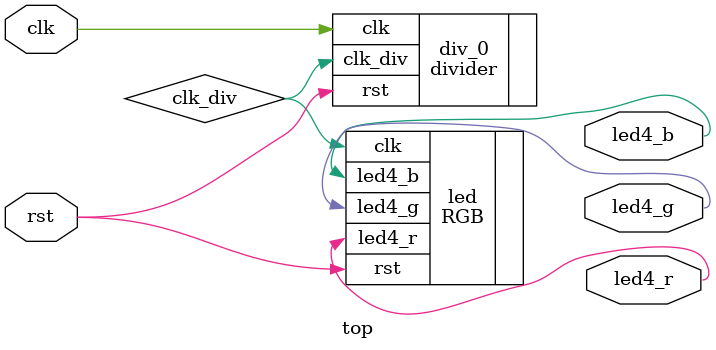
<source format=v>
module top(
    input   clk   ,
    input   rst   ,
    output led4_b,
	output led4_g,
	output led4_r
    );
    
    wire    clk_div ;
    
    RGB led(
    .clk    (clk_div),
    .rst    (rst),
    .led4_r (led4_r),
	.led4_g (led4_g),
	.led4_b (led4_b)
    );
    
    divider div_0(
    .clk    (clk),
    .rst    (rst),
    .clk_div    (clk_div)
    );
    
    
endmodule

</source>
